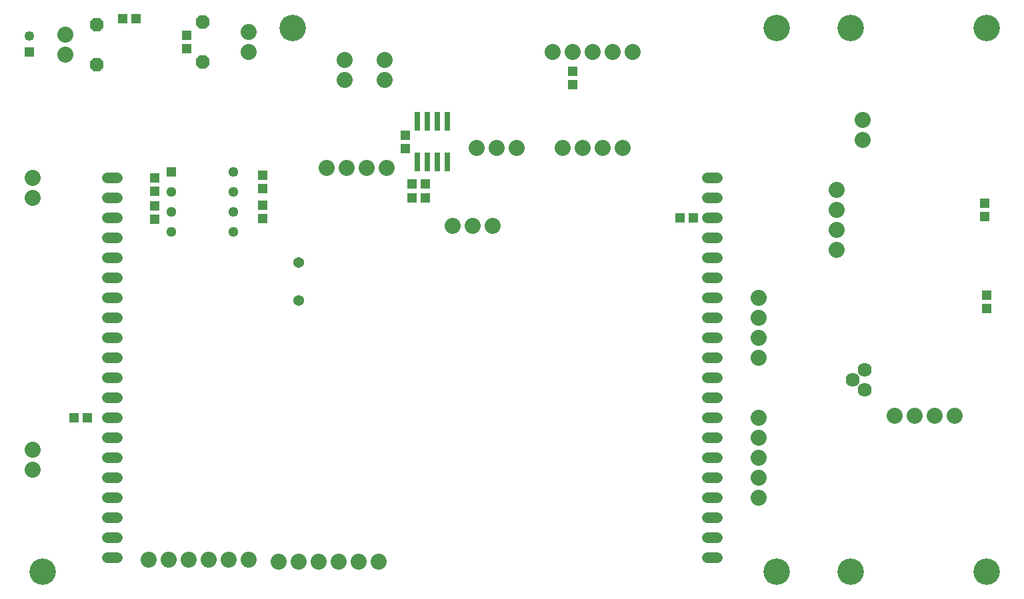
<source format=gbs>
G04 EAGLE Gerber RS-274X export*
G04 #@! %TF.Part,Single*
G04 #@! %TF.FileFunction,Soldermask,Bot,1*
G04 #@! %TF.FilePolarity,Positive*
G04 #@! %TF.GenerationSoftware,Autodesk,EAGLE,9.6.2*
G04 #@! %TF.CreationDate,2022-03-11T18:21:18Z*
G75*
%MOMM*%
%FSLAX34Y34*%
%LPD*%
%INSoldermask Bottom*%
%IPPOS*%
%AMOC8*
5,1,8,0,0,1.08239X$1,22.5*%
G01*
%ADD10C,3.352800*%
%ADD11P,1.896997X8X112.500000*%
%ADD12R,1.282400X1.282400*%
%ADD13C,1.282400*%
%ADD14C,2.032000*%
%ADD15R,1.252400X1.252400*%
%ADD16C,1.252400*%
%ADD17C,1.787400*%
%ADD18C,1.371600*%
%ADD19R,1.152400X1.252400*%
%ADD20R,1.252400X1.152400*%
%ADD21C,1.371600*%
%ADD22R,0.752400X2.352400*%


D10*
X970280Y728980D03*
X970280Y38100D03*
X38100Y38100D03*
X355600Y728980D03*
X1064260Y728980D03*
X1236980Y728980D03*
X1236980Y38100D03*
X1064260Y38100D03*
D11*
X241300Y685800D03*
X241300Y736600D03*
X106680Y681990D03*
X106680Y732790D03*
D12*
X201600Y546100D03*
D13*
X201600Y520700D03*
X201600Y495300D03*
X201600Y469900D03*
X281000Y469900D03*
X281000Y495300D03*
X281000Y520700D03*
X281000Y546100D03*
D14*
X698500Y576580D03*
X723900Y576580D03*
X749300Y576580D03*
X774700Y576580D03*
X947420Y132080D03*
X947420Y157480D03*
X947420Y182880D03*
X947420Y208280D03*
X947420Y233680D03*
X947420Y309880D03*
X947420Y335280D03*
X947420Y360680D03*
X947420Y386080D03*
D15*
X21590Y698500D03*
D16*
X21590Y718500D03*
D14*
X685800Y698500D03*
X711200Y698500D03*
X736600Y698500D03*
X762000Y698500D03*
X787400Y698500D03*
X472440Y662940D03*
X472440Y688340D03*
X421640Y662940D03*
X421640Y688340D03*
X1079500Y586740D03*
X1079500Y612140D03*
X558800Y477520D03*
X584200Y477520D03*
X609600Y477520D03*
X299720Y723900D03*
X299720Y698500D03*
X589280Y576580D03*
X614680Y576580D03*
X640080Y576580D03*
X25400Y193040D03*
X25400Y167640D03*
X1046480Y523240D03*
X1046480Y497840D03*
X1046480Y472440D03*
X1046480Y447040D03*
X337820Y50800D03*
X363220Y50800D03*
X388620Y50800D03*
X414020Y50800D03*
X439420Y50800D03*
X464820Y50800D03*
X1196340Y236220D03*
X1170940Y236220D03*
X1145540Y236220D03*
X1120140Y236220D03*
X474980Y551180D03*
X449580Y551180D03*
X424180Y551180D03*
X398780Y551180D03*
X25400Y538480D03*
X25400Y513080D03*
D17*
X1082040Y294640D03*
X1067040Y281940D03*
X1082040Y269240D03*
D18*
X363220Y382270D03*
X363220Y430530D03*
D19*
X94860Y233680D03*
X77860Y233680D03*
D20*
X220980Y719700D03*
X220980Y702700D03*
D19*
X140090Y740410D03*
X157090Y740410D03*
D20*
X317500Y524900D03*
X317500Y541900D03*
X180340Y521090D03*
X180340Y538090D03*
X180340Y485530D03*
X180340Y502530D03*
X317500Y486800D03*
X317500Y503800D03*
X1234440Y506340D03*
X1234440Y489340D03*
D19*
X847480Y487680D03*
X864480Y487680D03*
D21*
X133096Y538480D02*
X120904Y538480D01*
X120904Y513080D02*
X133096Y513080D01*
X133096Y487680D02*
X120904Y487680D01*
X120904Y462280D02*
X133096Y462280D01*
X133096Y436880D02*
X120904Y436880D01*
X120904Y411480D02*
X133096Y411480D01*
X133096Y386080D02*
X120904Y386080D01*
X120904Y360680D02*
X133096Y360680D01*
X133096Y335280D02*
X120904Y335280D01*
X120904Y309880D02*
X133096Y309880D01*
X133096Y284480D02*
X120904Y284480D01*
X120904Y259080D02*
X133096Y259080D01*
X133096Y233680D02*
X120904Y233680D01*
X120904Y208280D02*
X133096Y208280D01*
X133096Y182880D02*
X120904Y182880D01*
X120904Y157480D02*
X133096Y157480D01*
X133096Y132080D02*
X120904Y132080D01*
X120904Y106680D02*
X133096Y106680D01*
X133096Y81280D02*
X120904Y81280D01*
X120904Y55880D02*
X133096Y55880D01*
X882904Y538480D02*
X895096Y538480D01*
X895096Y513080D02*
X882904Y513080D01*
X882904Y487680D02*
X895096Y487680D01*
X895096Y462280D02*
X882904Y462280D01*
X882904Y436880D02*
X895096Y436880D01*
X895096Y411480D02*
X882904Y411480D01*
X882904Y386080D02*
X895096Y386080D01*
X895096Y360680D02*
X882904Y360680D01*
X882904Y335280D02*
X895096Y335280D01*
X895096Y309880D02*
X882904Y309880D01*
X882904Y284480D02*
X895096Y284480D01*
X895096Y259080D02*
X882904Y259080D01*
X882904Y233680D02*
X895096Y233680D01*
X895096Y208280D02*
X882904Y208280D01*
X882904Y182880D02*
X895096Y182880D01*
X895096Y157480D02*
X882904Y157480D01*
X882904Y132080D02*
X895096Y132080D01*
X895096Y106680D02*
X882904Y106680D01*
X882904Y81280D02*
X895096Y81280D01*
X895096Y55880D02*
X882904Y55880D01*
D22*
X527050Y610200D03*
X527050Y558200D03*
X514350Y610200D03*
X539750Y610200D03*
X552450Y610200D03*
X514350Y558200D03*
X539750Y558200D03*
X552450Y558200D03*
D19*
X507120Y530860D03*
X524120Y530860D03*
X507120Y513080D03*
X524120Y513080D03*
X499110Y592700D03*
X499110Y575700D03*
D14*
X67310Y720090D03*
X67310Y694690D03*
D20*
X711200Y673980D03*
X711200Y656980D03*
X1236980Y389500D03*
X1236980Y372500D03*
D14*
X172720Y53340D03*
X198120Y53340D03*
X223520Y53340D03*
X248920Y53340D03*
X274320Y53340D03*
X299720Y53340D03*
M02*

</source>
